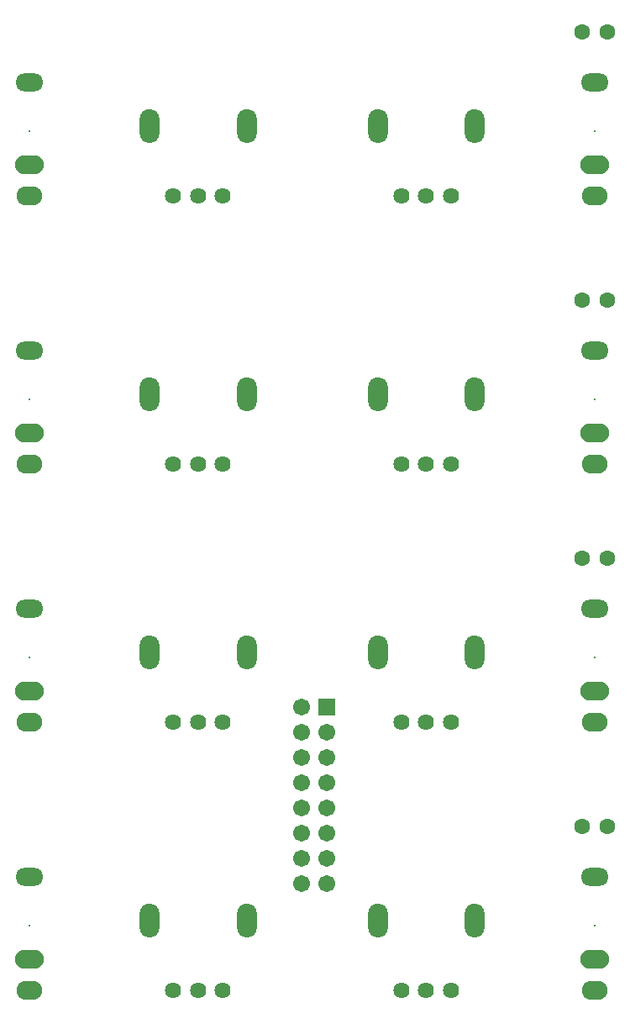
<source format=gts>
G04 Layer_Color=8388736*
%FSLAX44Y44*%
%MOMM*%
G71*
G01*
G75*
%ADD37C,1.6032*%
%ADD38O,2.9032X1.9032*%
%ADD39O,2.8032X1.8032*%
%ADD40C,0.2032*%
%ADD41O,2.6032X1.9032*%
%ADD42R,1.7032X1.7032*%
%ADD43C,1.7032*%
%ADD44C,1.6256*%
%ADD45O,2.0032X3.4032*%
%ADD46O,2.0032X3.4031*%
D37*
X1317300Y1270000D02*
D03*
X1342700D02*
D03*
Y1540000D02*
D03*
X1317300D02*
D03*
X1342700Y1800000D02*
D03*
X1317300D02*
D03*
X1342700Y2070000D02*
D03*
X1317300D02*
D03*
D38*
X760000Y1136200D02*
D03*
Y1406200D02*
D03*
Y1666200D02*
D03*
Y1936200D02*
D03*
X1330000Y1406200D02*
D03*
Y1136200D02*
D03*
Y1666200D02*
D03*
Y1936200D02*
D03*
D39*
X760000Y1219200D02*
D03*
Y1489200D02*
D03*
Y1749200D02*
D03*
Y2019200D02*
D03*
X1330000Y1489200D02*
D03*
Y1219200D02*
D03*
Y1749200D02*
D03*
Y2019200D02*
D03*
D40*
X760000Y1170000D02*
D03*
Y1440000D02*
D03*
Y1700000D02*
D03*
Y1970000D02*
D03*
X1330000Y1440000D02*
D03*
Y1170000D02*
D03*
Y1700000D02*
D03*
Y1970000D02*
D03*
D41*
X760000Y1105200D02*
D03*
Y1375200D02*
D03*
Y1635200D02*
D03*
Y1905200D02*
D03*
X1330000Y1375200D02*
D03*
Y1635200D02*
D03*
Y1905200D02*
D03*
Y1105200D02*
D03*
D42*
X1060000Y1390000D02*
D03*
D43*
X1034600Y1212200D02*
D03*
X1060000D02*
D03*
Y1237600D02*
D03*
Y1263000D02*
D03*
X1034600D02*
D03*
Y1237600D02*
D03*
Y1288400D02*
D03*
Y1313800D02*
D03*
X1060000D02*
D03*
Y1288400D02*
D03*
Y1339200D02*
D03*
X1034600D02*
D03*
Y1364600D02*
D03*
Y1390000D02*
D03*
X1060000Y1364600D02*
D03*
D44*
X955001Y1105000D02*
D03*
X930000D02*
D03*
X904999D02*
D03*
X1134999D02*
D03*
X1160000D02*
D03*
X1185001D02*
D03*
Y1375000D02*
D03*
X1160000D02*
D03*
X1134999D02*
D03*
X955001D02*
D03*
X930000D02*
D03*
X904999D02*
D03*
X1160000Y1635000D02*
D03*
X1185001D02*
D03*
X1134999D02*
D03*
X955001D02*
D03*
X930000D02*
D03*
X904999D02*
D03*
X1160000Y1905000D02*
D03*
X1185001D02*
D03*
X1134999D02*
D03*
X955001D02*
D03*
X930000D02*
D03*
X904999D02*
D03*
D45*
X1111000Y1175000D02*
D03*
Y1445000D02*
D03*
X881000D02*
D03*
Y1175000D02*
D03*
X1111000Y1705000D02*
D03*
Y1975000D02*
D03*
X881000D02*
D03*
Y1705000D02*
D03*
D46*
X979000Y1175000D02*
D03*
X1209000D02*
D03*
Y1445000D02*
D03*
X979000D02*
D03*
X1209000Y1705000D02*
D03*
Y1975000D02*
D03*
X979000D02*
D03*
Y1705000D02*
D03*
M02*

</source>
